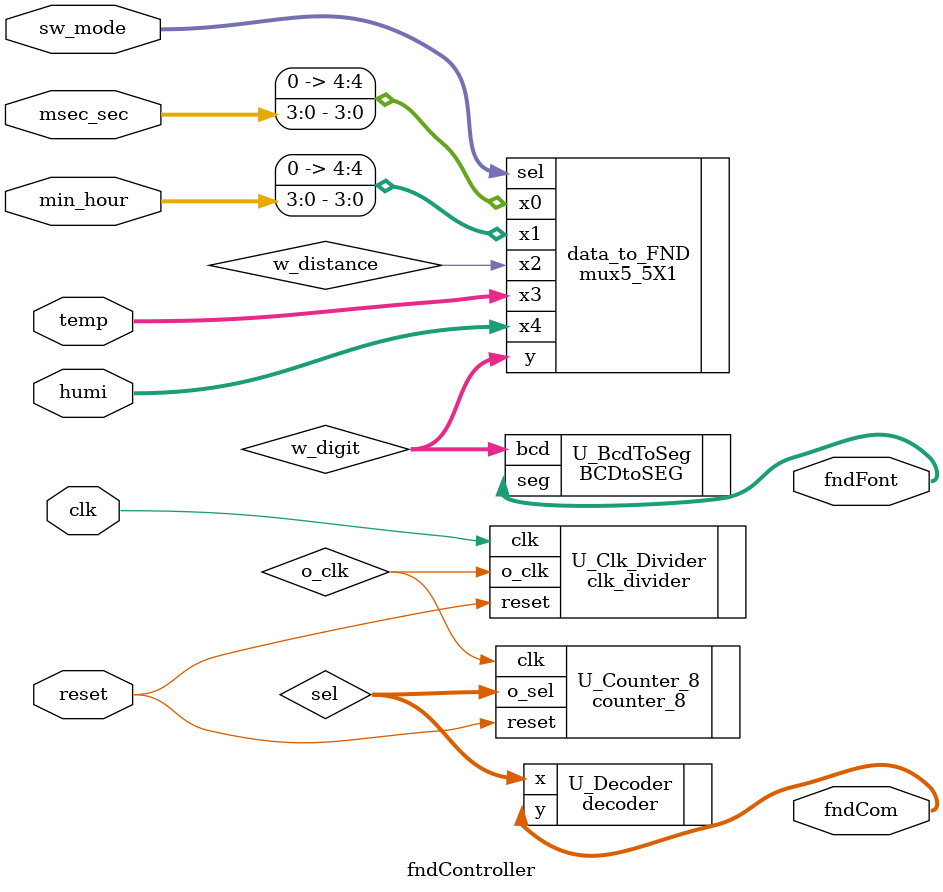
<source format=v>
`timescale 1ns / 1ps

module fndController(
    input clk,
    input reset,
    input [2:0] sw_mode,
    input [3:0] msec_sec,
    input [3:0] min_hour,
    input [4:0] temp,
    input [4:0] humi,
    output [7:0] fndFont,
    output [3:0] fndCom
    );



    //////// 8개 fndComm selection ////////
    wire [2:0] sel;
    wire o_clk;
    clk_divider U_Clk_Divider(
        .clk(clk),
        .reset(reset),
        .o_clk(o_clk)
    );
    counter_8 U_Counter_8(
        .clk(o_clk),
        .reset(reset),
        .o_sel(sel)
    );
    decoder U_Decoder(
        .x(sel),
        .y(fndCom)
    );
    ////////////////////////////////////////
    

    ///////////////mode select///////////////
    wire [5:0] w_digit;
    //sw[0], sw[2], sw[3]
    mux5_5X1 data_to_FND(
        .sel(sw_mode),
        .x0({1'b0, msec_sec}), //000
        .x1({1'b0, min_hour}), //001
        .x2(w_distance), //010 
        .x3(temp),    //100
        .x4(humi),    //101
        .y(w_digit)
    );

    BCDtoSEG U_BcdToSeg(
        .bcd(w_digit),
        .seg(fndFont)
    );
    /////////////////////////////////////////





endmodule
</source>
